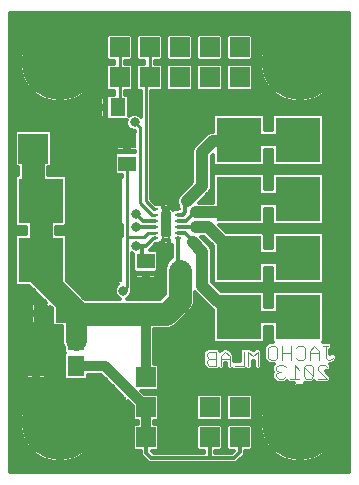
<source format=gbr>
G75*
G70*
%OFA0B0*%
%FSLAX24Y24*%
%IPPOS*%
%LPD*%
%AMOC8*
5,1,8,0,0,1.08239X$1,22.5*
%
%ADD10C,0.0040*%
%ADD11R,0.0197X0.0110*%
%ADD12R,0.0354X0.0787*%
%ADD13R,0.0098X0.0276*%
%ADD14C,0.0357*%
%ADD15R,0.1500X0.1500*%
%ADD16R,0.0591X0.0512*%
%ADD17R,0.0512X0.0591*%
%ADD18R,0.0650X0.0650*%
%ADD19R,0.1004X0.0984*%
%ADD20R,0.0551X0.0709*%
%ADD21C,0.2540*%
%ADD22C,0.0320*%
%ADD23C,0.0120*%
%ADD24C,0.0100*%
%ADD25C,0.0317*%
%ADD26C,0.0760*%
%ADD27C,0.0700*%
%ADD28C,0.0240*%
%ADD29C,0.0400*%
%ADD30C,0.0160*%
D10*
X007327Y004132D02*
X007404Y004055D01*
X007634Y004055D01*
X007634Y004515D01*
X007404Y004515D01*
X007327Y004439D01*
X007327Y004362D01*
X007404Y004285D01*
X007634Y004285D01*
X007787Y004285D02*
X008094Y004285D01*
X008094Y004362D02*
X007941Y004515D01*
X007787Y004362D01*
X007787Y004055D01*
X008094Y004055D02*
X008094Y004362D01*
X008248Y004055D02*
X008555Y004055D01*
X008555Y004515D01*
X008708Y004515D02*
X008708Y004055D01*
X009015Y004055D02*
X009015Y004515D01*
X008862Y004362D01*
X008708Y004515D01*
X009367Y004626D02*
X009367Y004319D01*
X009443Y004243D01*
X009597Y004243D01*
X009673Y004319D01*
X009673Y004626D01*
X009597Y004703D01*
X009443Y004703D01*
X009367Y004626D01*
X009827Y004703D02*
X009827Y004243D01*
X009870Y004078D02*
X009716Y004078D01*
X009639Y004001D01*
X009639Y003924D01*
X009716Y003848D01*
X009639Y003771D01*
X009639Y003694D01*
X009716Y003618D01*
X009870Y003618D01*
X009946Y003694D01*
X010100Y003618D02*
X010407Y003618D01*
X010253Y003618D02*
X010253Y004078D01*
X010407Y003924D01*
X010560Y004001D02*
X010560Y003694D01*
X010637Y003618D01*
X010790Y003618D01*
X010867Y003694D01*
X010560Y004001D01*
X010637Y004078D01*
X010790Y004078D01*
X010867Y004001D01*
X010867Y003694D01*
X011021Y003618D02*
X011328Y003618D01*
X011021Y003924D01*
X011021Y004001D01*
X011097Y004078D01*
X011251Y004078D01*
X011328Y004001D01*
X011362Y004243D02*
X011285Y004319D01*
X011285Y004703D01*
X011362Y004703D02*
X011208Y004703D01*
X011055Y004549D02*
X010901Y004703D01*
X010748Y004549D01*
X010748Y004243D01*
X010594Y004319D02*
X010594Y004626D01*
X010517Y004703D01*
X010364Y004703D01*
X010287Y004626D01*
X010134Y004703D02*
X010134Y004243D01*
X010287Y004319D02*
X010364Y004243D01*
X010517Y004243D01*
X010594Y004319D01*
X010748Y004473D02*
X011055Y004473D01*
X011055Y004549D02*
X011055Y004243D01*
X011362Y004243D02*
X011438Y004243D01*
X011515Y004319D01*
X010134Y004473D02*
X009827Y004473D01*
X009870Y004078D02*
X009946Y004001D01*
X009793Y003848D02*
X009716Y003848D01*
X007404Y004285D02*
X007327Y004208D01*
X007327Y004132D01*
D11*
X006347Y008293D03*
X006347Y008490D03*
X006347Y008687D03*
X006347Y008883D03*
X006347Y009080D03*
X006347Y009277D03*
X005598Y009277D03*
X005598Y009080D03*
X005598Y008883D03*
X005598Y008687D03*
X005598Y008490D03*
X005598Y008293D03*
D12*
X005973Y008785D03*
D13*
X006071Y009316D03*
X005874Y009316D03*
X005874Y008254D03*
X006071Y008254D03*
D14*
X005973Y008509D03*
X005973Y008785D03*
X005973Y009061D03*
D15*
X003754Y009546D03*
X003754Y007577D03*
X001785Y007577D03*
X001785Y009546D03*
X008386Y009609D03*
X008386Y011577D03*
X010355Y011577D03*
X010355Y009609D03*
X010355Y007640D03*
X010355Y005672D03*
X008386Y005672D03*
X008386Y007640D03*
D16*
X005285Y007534D03*
X005285Y006786D03*
X004660Y010786D03*
X004660Y011534D03*
D17*
X004347Y012660D03*
X003598Y012660D03*
X002534Y005785D03*
X001786Y005785D03*
D18*
X004292Y002660D03*
X004292Y001660D03*
X005292Y001660D03*
X005292Y002660D03*
X005292Y003660D03*
X006292Y002660D03*
X006292Y001660D03*
X007410Y001660D03*
X007410Y002660D03*
X008410Y002660D03*
X008410Y001660D03*
X008410Y013660D03*
X008410Y014660D03*
X007410Y014660D03*
X007410Y013660D03*
X006410Y013660D03*
X006410Y014660D03*
X005410Y014660D03*
X005410Y013660D03*
X004410Y013660D03*
X004410Y014660D03*
D19*
X003529Y011285D03*
X001541Y011285D03*
D20*
X001616Y004910D03*
X001616Y004035D03*
X002954Y004035D03*
X002954Y004910D03*
D21*
X002410Y002160D03*
X010410Y002160D03*
X010410Y014160D03*
X002410Y014160D03*
D22*
X005285Y005785D02*
X005292Y005778D01*
X005292Y003660D01*
X005292Y002660D02*
X005285Y002660D01*
X003910Y004035D01*
X002954Y004035D01*
X005292Y002660D02*
X005292Y001660D01*
D23*
X000770Y000520D02*
X000770Y015800D01*
X012050Y015800D01*
X012050Y000520D01*
X000770Y000520D01*
X000770Y000634D02*
X012050Y000634D01*
X012050Y000753D02*
X000770Y000753D01*
X000770Y000871D02*
X002078Y000871D01*
X002086Y000868D02*
X002215Y000843D01*
X002345Y000830D01*
X002350Y000830D01*
X002350Y002100D01*
X002470Y002100D01*
X002470Y002220D01*
X003740Y002220D01*
X003740Y002225D01*
X003727Y002355D01*
X003702Y002484D01*
X003664Y002609D01*
X003614Y002729D01*
X003552Y002845D01*
X003480Y002953D01*
X003397Y003054D01*
X003304Y003147D01*
X003203Y003230D01*
X003095Y003302D01*
X002979Y003364D01*
X002859Y003414D01*
X002734Y003452D01*
X002605Y003477D01*
X002475Y003490D01*
X002470Y003490D01*
X002470Y002220D01*
X002350Y002220D01*
X002350Y003490D01*
X002345Y003490D01*
X002215Y003477D01*
X002086Y003452D01*
X001961Y003414D01*
X001841Y003364D01*
X001725Y003302D01*
X001617Y003230D01*
X001516Y003147D01*
X001423Y003054D01*
X001340Y002953D01*
X001268Y002845D01*
X001206Y002729D01*
X001156Y002609D01*
X001118Y002484D01*
X001093Y002355D01*
X001080Y002225D01*
X001080Y002220D01*
X002350Y002220D01*
X002350Y002100D01*
X001080Y002100D01*
X001080Y002095D01*
X001093Y001965D01*
X001118Y001836D01*
X001156Y001711D01*
X001206Y001591D01*
X001268Y001475D01*
X001340Y001367D01*
X001423Y001266D01*
X001516Y001173D01*
X001617Y001090D01*
X001725Y001018D01*
X001841Y000956D01*
X001961Y000906D01*
X002086Y000868D01*
X002350Y000871D02*
X002470Y000871D01*
X002470Y000830D02*
X002475Y000830D01*
X002605Y000843D01*
X002734Y000868D01*
X002859Y000906D01*
X002979Y000956D01*
X003095Y001018D01*
X003203Y001090D01*
X003304Y001173D01*
X003397Y001266D01*
X003480Y001367D01*
X003552Y001475D01*
X003614Y001591D01*
X003664Y001711D01*
X003702Y001836D01*
X003727Y001965D01*
X003740Y002095D01*
X003740Y002100D01*
X002470Y002100D01*
X002470Y000830D01*
X002470Y000990D02*
X002350Y000990D01*
X002350Y001108D02*
X002470Y001108D01*
X002470Y001227D02*
X002350Y001227D01*
X002350Y001345D02*
X002470Y001345D01*
X002470Y001464D02*
X002350Y001464D01*
X002350Y001582D02*
X002470Y001582D01*
X002470Y001701D02*
X002350Y001701D01*
X002350Y001819D02*
X002470Y001819D01*
X002470Y001938D02*
X002350Y001938D01*
X002350Y002056D02*
X002470Y002056D01*
X002470Y002175D02*
X005012Y002175D01*
X005012Y002215D02*
X005012Y002105D01*
X004917Y002105D01*
X004847Y002035D01*
X004847Y001285D01*
X004917Y001215D01*
X005112Y001215D01*
X005112Y001079D01*
X005293Y000898D01*
X005398Y000793D01*
X008297Y000793D01*
X008485Y000980D01*
X008590Y001085D01*
X008590Y001215D01*
X008785Y001215D01*
X008855Y001285D01*
X008855Y002035D01*
X008785Y002105D01*
X008035Y002105D01*
X007965Y002035D01*
X007965Y001285D01*
X008035Y001215D01*
X008210Y001215D01*
X008148Y001152D01*
X007590Y001152D01*
X007590Y001215D01*
X007785Y001215D01*
X007855Y001285D01*
X007855Y002035D01*
X007785Y002105D01*
X007035Y002105D01*
X006965Y002035D01*
X006965Y001285D01*
X007035Y001215D01*
X007230Y001215D01*
X007230Y001152D01*
X005547Y001152D01*
X005485Y001215D01*
X005667Y001215D01*
X005737Y001285D01*
X005737Y002035D01*
X005667Y002105D01*
X005572Y002105D01*
X005572Y002215D01*
X005667Y002215D01*
X005737Y002285D01*
X005737Y003035D01*
X005667Y003105D01*
X005236Y003105D01*
X005126Y003215D01*
X005667Y003215D01*
X005737Y003285D01*
X005737Y004035D01*
X005667Y004105D01*
X005572Y004105D01*
X005572Y005285D01*
X006072Y005285D01*
X006256Y005361D01*
X006693Y005799D01*
X006834Y005939D01*
X006910Y006123D01*
X006910Y006520D01*
X006979Y006451D01*
X007516Y005914D01*
X007516Y004872D01*
X007587Y004802D01*
X009186Y004802D01*
X009256Y004872D01*
X009256Y005352D01*
X009485Y005352D01*
X009485Y004872D01*
X009514Y004843D01*
X009385Y004843D01*
X009227Y004684D01*
X009227Y004261D01*
X009279Y004209D01*
X009309Y004179D01*
X009333Y004155D01*
X009385Y004103D01*
X009543Y004103D01*
X009499Y004059D01*
X009499Y003866D01*
X009518Y003848D01*
X009499Y003829D01*
X009499Y003636D01*
X009553Y003583D01*
X009581Y003554D01*
X009604Y003531D01*
X009658Y003478D01*
X005737Y003478D01*
X005737Y003360D02*
X009833Y003360D01*
X009841Y003364D02*
X009725Y003302D01*
X009617Y003230D01*
X009516Y003147D01*
X009423Y003054D01*
X009340Y002953D01*
X009268Y002845D01*
X009206Y002729D01*
X009156Y002609D01*
X009118Y002484D01*
X009093Y002355D01*
X009080Y002225D01*
X009080Y002220D01*
X010350Y002220D01*
X010350Y002100D01*
X010470Y002100D01*
X010470Y002220D01*
X011740Y002220D01*
X011740Y002225D01*
X011727Y002355D01*
X011702Y002484D01*
X011664Y002609D01*
X011614Y002729D01*
X011552Y002845D01*
X011480Y002953D01*
X011397Y003054D01*
X011304Y003147D01*
X011203Y003230D01*
X011095Y003302D01*
X010979Y003364D01*
X010859Y003414D01*
X010734Y003452D01*
X010605Y003477D01*
X010602Y003478D01*
X010848Y003478D01*
X010905Y003535D01*
X010963Y003478D01*
X011385Y003478D01*
X011467Y003560D01*
X011467Y003675D01*
X011282Y003861D01*
X011385Y003861D01*
X011467Y003943D01*
X011467Y004059D01*
X011424Y004103D01*
X011496Y004103D01*
X011578Y004185D01*
X011655Y004261D01*
X011655Y004377D01*
X011573Y004459D01*
X011457Y004459D01*
X011425Y004427D01*
X011425Y004568D01*
X011502Y004645D01*
X011502Y004761D01*
X011420Y004843D01*
X011196Y004843D01*
X011225Y004872D01*
X011225Y006472D01*
X011155Y006542D01*
X009555Y006542D01*
X009485Y006472D01*
X009485Y005992D01*
X009256Y005992D01*
X009256Y006472D01*
X009186Y006542D01*
X007793Y006542D01*
X007480Y006855D01*
X007480Y007911D01*
X007431Y008029D01*
X007120Y008340D01*
X007234Y008340D01*
X007516Y008058D01*
X007516Y006841D01*
X007587Y006770D01*
X009186Y006770D01*
X009256Y006841D01*
X009256Y007320D01*
X009485Y007320D01*
X009485Y006841D01*
X009555Y006770D01*
X011155Y006770D01*
X011225Y006841D01*
X011225Y008440D01*
X011155Y008510D01*
X009555Y008510D01*
X009485Y008440D01*
X009485Y007960D01*
X009256Y007960D01*
X009256Y008440D01*
X009186Y008510D01*
X007969Y008510D01*
X007740Y008739D01*
X009186Y008739D01*
X009256Y008809D01*
X009256Y009289D01*
X009485Y009289D01*
X009485Y008809D01*
X009555Y008739D01*
X011155Y008739D01*
X011225Y008809D01*
X011225Y010409D01*
X011155Y010479D01*
X009555Y010479D01*
X009485Y010409D01*
X009485Y009929D01*
X009256Y009929D01*
X009256Y010409D01*
X009186Y010479D01*
X007587Y010479D01*
X007516Y010409D01*
X007516Y009480D01*
X007058Y009480D01*
X007431Y009854D01*
X007480Y009971D01*
X007480Y011027D01*
X007516Y011064D01*
X007516Y010778D01*
X007587Y010707D01*
X009186Y010707D01*
X009256Y010778D01*
X009256Y011257D01*
X009485Y011257D01*
X009485Y010778D01*
X009555Y010707D01*
X011155Y010707D01*
X011225Y010778D01*
X011225Y012377D01*
X011155Y012447D01*
X009555Y012447D01*
X009485Y012377D01*
X009485Y011897D01*
X009256Y011897D01*
X009256Y012377D01*
X009186Y012447D01*
X007587Y012447D01*
X007516Y012377D01*
X007516Y011855D01*
X007471Y011855D01*
X007354Y011806D01*
X007264Y011716D01*
X006889Y011341D01*
X006840Y011224D01*
X006840Y010168D01*
X006389Y009716D01*
X006340Y009599D01*
X006340Y009471D01*
X006373Y009392D01*
X006347Y009392D01*
X006347Y009277D01*
X006347Y009277D01*
X006347Y009392D01*
X006236Y009392D01*
X006214Y009383D01*
X006197Y009366D01*
X006188Y009344D01*
X006188Y009277D01*
X006188Y009245D01*
X006180Y009237D01*
X006180Y009316D01*
X006071Y009316D01*
X006071Y009317D01*
X006071Y009317D01*
X006071Y009514D01*
X006132Y009514D01*
X006154Y009505D01*
X006171Y009488D01*
X006180Y009466D01*
X006180Y009317D01*
X006071Y009317D01*
X006071Y009514D01*
X006010Y009514D01*
X005988Y009505D01*
X005973Y009490D01*
X005957Y009505D01*
X005935Y009514D01*
X005874Y009514D01*
X005813Y009514D01*
X005791Y009505D01*
X005774Y009488D01*
X005765Y009466D01*
X005765Y009434D01*
X005747Y009452D01*
X005608Y009452D01*
X005455Y009605D01*
X005455Y013215D01*
X005785Y013215D01*
X005855Y013285D01*
X005855Y014035D01*
X005785Y014105D01*
X005580Y014105D01*
X005580Y014215D01*
X005785Y014215D01*
X005855Y014285D01*
X005855Y015035D01*
X005785Y015105D01*
X005035Y015105D01*
X004965Y015035D01*
X004965Y014285D01*
X005035Y014215D01*
X005240Y014215D01*
X005240Y014105D01*
X005035Y014105D01*
X004965Y014035D01*
X004965Y013285D01*
X005035Y013215D01*
X005115Y013215D01*
X005115Y012349D01*
X005068Y012396D01*
X004965Y012439D01*
X004855Y012439D01*
X004752Y012396D01*
X004722Y012367D01*
X004722Y013005D01*
X004652Y013075D01*
X004580Y013075D01*
X004580Y013215D01*
X004785Y013215D01*
X004855Y013285D01*
X004855Y014035D01*
X004785Y014105D01*
X004580Y014105D01*
X004580Y014215D01*
X004785Y014215D01*
X004855Y014285D01*
X004855Y015035D01*
X004785Y015105D01*
X004035Y015105D01*
X003965Y015035D01*
X003965Y014285D01*
X004035Y014215D01*
X004240Y014215D01*
X004240Y014105D01*
X004035Y014105D01*
X003965Y014035D01*
X003965Y013285D01*
X004035Y013215D01*
X004240Y013215D01*
X004240Y013075D01*
X004041Y013075D01*
X003971Y013005D01*
X003971Y012315D01*
X004041Y012245D01*
X004643Y012245D01*
X004631Y012215D01*
X004631Y012105D01*
X004674Y012002D01*
X004752Y011924D01*
X004855Y011881D01*
X004928Y011881D01*
X004928Y011850D01*
X004720Y011850D01*
X004720Y011594D01*
X004600Y011594D01*
X004600Y011474D01*
X004720Y011474D01*
X004720Y011218D01*
X004928Y011218D01*
X004928Y011162D01*
X004315Y011162D01*
X004245Y011092D01*
X004245Y010480D01*
X004315Y010410D01*
X004490Y010410D01*
X004490Y010356D01*
X003814Y010356D01*
X003814Y009606D01*
X003694Y009606D01*
X003694Y010356D01*
X002992Y010356D01*
X002970Y010347D01*
X002953Y010330D01*
X002944Y010308D01*
X002944Y009606D01*
X003693Y009606D01*
X003693Y009486D01*
X002944Y009486D01*
X002944Y008784D01*
X002953Y008762D01*
X002970Y008745D01*
X002992Y008736D01*
X003694Y008736D01*
X003694Y009486D01*
X003814Y009486D01*
X003814Y008736D01*
X004490Y008736D01*
X004490Y008387D01*
X003814Y008387D01*
X003814Y007637D01*
X003694Y007637D01*
X003694Y008387D01*
X002992Y008387D01*
X002970Y008378D01*
X002953Y008361D01*
X002944Y008339D01*
X002944Y007637D01*
X003693Y007637D01*
X003693Y007517D01*
X002944Y007517D01*
X002944Y006815D01*
X002953Y006793D01*
X002970Y006776D01*
X002992Y006767D01*
X003694Y006767D01*
X003694Y007517D01*
X003814Y007517D01*
X003814Y006767D01*
X004373Y006767D01*
X004299Y006693D01*
X004256Y006590D01*
X004256Y006480D01*
X004299Y006377D01*
X004377Y006299D01*
X004410Y006285D01*
X003242Y006285D01*
X002655Y006872D01*
X002655Y008377D01*
X002585Y008447D01*
X002285Y008447D01*
X002285Y008676D01*
X002585Y008676D01*
X002655Y008746D01*
X002655Y010346D01*
X002585Y010416D01*
X002041Y010416D01*
X002041Y010673D01*
X002093Y010673D01*
X002163Y010743D01*
X002163Y011827D01*
X002093Y011897D01*
X000989Y011897D01*
X000919Y011827D01*
X000919Y010743D01*
X000989Y010673D01*
X001041Y010673D01*
X001041Y010416D01*
X000985Y010416D01*
X000915Y010346D01*
X000915Y008746D01*
X000985Y008676D01*
X001285Y008676D01*
X001285Y008447D01*
X000985Y008447D01*
X000915Y008377D01*
X000915Y006778D01*
X000985Y006707D01*
X001406Y006707D01*
X001439Y006674D01*
X001973Y006140D01*
X001846Y006140D01*
X001846Y005845D01*
X002102Y005845D01*
X002102Y006011D01*
X002158Y005955D01*
X002158Y005440D01*
X002228Y005370D01*
X002484Y005370D01*
X002484Y004817D01*
X002556Y004644D01*
X002559Y004641D01*
X002559Y004506D01*
X002592Y004473D01*
X002559Y004439D01*
X002559Y003631D01*
X002629Y003561D01*
X003280Y003561D01*
X003350Y003631D01*
X003350Y003755D01*
X003794Y003755D01*
X004504Y003045D01*
X004319Y003045D01*
X004319Y002688D01*
X004264Y002688D01*
X004264Y003045D01*
X003955Y003045D01*
X003933Y003036D01*
X003916Y003019D01*
X003907Y002997D01*
X003907Y002688D01*
X004264Y002688D01*
X004264Y002632D01*
X004319Y002632D01*
X004319Y002275D01*
X004629Y002275D01*
X004651Y002284D01*
X004668Y002301D01*
X004677Y002323D01*
X004677Y002632D01*
X004319Y002632D01*
X004319Y002688D01*
X004677Y002688D01*
X004677Y002872D01*
X004847Y002702D01*
X004847Y002285D01*
X004917Y002215D01*
X005012Y002215D01*
X004847Y002293D02*
X004660Y002293D01*
X004677Y002412D02*
X004847Y002412D01*
X004847Y002530D02*
X004677Y002530D01*
X004847Y002649D02*
X004319Y002649D01*
X004264Y002649D02*
X003647Y002649D01*
X003688Y002530D02*
X003907Y002530D01*
X003907Y002632D02*
X003907Y002323D01*
X003916Y002301D01*
X003933Y002284D01*
X003955Y002275D01*
X004264Y002275D01*
X004264Y002632D01*
X003907Y002632D01*
X003907Y002767D02*
X003594Y002767D01*
X003525Y002886D02*
X003907Y002886D01*
X003910Y003004D02*
X003438Y003004D01*
X003328Y003123D02*
X004427Y003123D01*
X004319Y003004D02*
X004264Y003004D01*
X004264Y002886D02*
X004319Y002886D01*
X004319Y002767D02*
X004264Y002767D01*
X004264Y002530D02*
X004319Y002530D01*
X004319Y002412D02*
X004264Y002412D01*
X004264Y002293D02*
X004319Y002293D01*
X004319Y002045D02*
X004629Y002045D01*
X004651Y002036D01*
X004668Y002019D01*
X004677Y001997D01*
X004677Y001688D01*
X004319Y001688D01*
X004264Y001688D01*
X004264Y002045D01*
X003955Y002045D01*
X003933Y002036D01*
X003916Y002019D01*
X003907Y001997D01*
X003907Y001688D01*
X004264Y001688D01*
X004264Y001632D01*
X004319Y001632D01*
X004319Y001275D01*
X004629Y001275D01*
X004651Y001284D01*
X004668Y001301D01*
X004677Y001323D01*
X004677Y001632D01*
X004319Y001632D01*
X004319Y001688D01*
X004319Y002045D01*
X004319Y001938D02*
X004264Y001938D01*
X004264Y001819D02*
X004319Y001819D01*
X004319Y001701D02*
X004264Y001701D01*
X004264Y001632D02*
X003907Y001632D01*
X003907Y001323D01*
X003916Y001301D01*
X003933Y001284D01*
X003955Y001275D01*
X004264Y001275D01*
X004264Y001632D01*
X004264Y001582D02*
X004319Y001582D01*
X004319Y001464D02*
X004264Y001464D01*
X004264Y001345D02*
X004319Y001345D01*
X003907Y001345D02*
X003462Y001345D01*
X003544Y001464D02*
X003907Y001464D01*
X003907Y001582D02*
X003609Y001582D01*
X003659Y001701D02*
X003907Y001701D01*
X003907Y001819D02*
X003696Y001819D01*
X003722Y001938D02*
X003907Y001938D01*
X003736Y002056D02*
X004868Y002056D01*
X004847Y001938D02*
X004677Y001938D01*
X004677Y001819D02*
X004847Y001819D01*
X004847Y001701D02*
X004677Y001701D01*
X004677Y001582D02*
X004847Y001582D01*
X004847Y001464D02*
X004677Y001464D01*
X004677Y001345D02*
X004847Y001345D01*
X004906Y001227D02*
X003357Y001227D01*
X003225Y001108D02*
X005112Y001108D01*
X005201Y000990D02*
X003042Y000990D01*
X002742Y000871D02*
X005319Y000871D01*
X005473Y000973D02*
X005292Y001153D01*
X005292Y001660D01*
X005737Y001701D02*
X005907Y001701D01*
X005907Y001688D02*
X006264Y001688D01*
X006264Y002045D01*
X005955Y002045D01*
X005933Y002036D01*
X005916Y002019D01*
X005907Y001997D01*
X005907Y001688D01*
X005907Y001632D02*
X005907Y001323D01*
X005916Y001301D01*
X005933Y001284D01*
X005955Y001275D01*
X006264Y001275D01*
X006264Y001632D01*
X006319Y001632D01*
X006319Y001275D01*
X006629Y001275D01*
X006651Y001284D01*
X006668Y001301D01*
X006677Y001323D01*
X006677Y001632D01*
X006319Y001632D01*
X006319Y001688D01*
X006264Y001688D01*
X006264Y001632D01*
X005907Y001632D01*
X005907Y001582D02*
X005737Y001582D01*
X005737Y001464D02*
X005907Y001464D01*
X005907Y001345D02*
X005737Y001345D01*
X005678Y001227D02*
X007024Y001227D01*
X006965Y001345D02*
X006677Y001345D01*
X006677Y001464D02*
X006965Y001464D01*
X006965Y001582D02*
X006677Y001582D01*
X006677Y001688D02*
X006677Y001997D01*
X006668Y002019D01*
X006651Y002036D01*
X006629Y002045D01*
X006319Y002045D01*
X006319Y001688D01*
X006677Y001688D01*
X006677Y001701D02*
X006965Y001701D01*
X006965Y001819D02*
X006677Y001819D01*
X006677Y001938D02*
X006965Y001938D01*
X006986Y002056D02*
X005716Y002056D01*
X005737Y001938D02*
X005907Y001938D01*
X005907Y001819D02*
X005737Y001819D01*
X005572Y002175D02*
X010350Y002175D01*
X010350Y002100D02*
X009080Y002100D01*
X009080Y002095D01*
X009093Y001965D01*
X009118Y001836D01*
X009156Y001711D01*
X009206Y001591D01*
X009268Y001475D01*
X009340Y001367D01*
X009423Y001266D01*
X009516Y001173D01*
X009617Y001090D01*
X009725Y001018D01*
X009841Y000956D01*
X009961Y000906D01*
X010086Y000868D01*
X010215Y000843D01*
X010345Y000830D01*
X010350Y000830D01*
X010350Y002100D01*
X010350Y002056D02*
X010470Y002056D01*
X010470Y002100D02*
X010470Y000830D01*
X010475Y000830D01*
X010605Y000843D01*
X010734Y000868D01*
X010859Y000906D01*
X010979Y000956D01*
X011095Y001018D01*
X011203Y001090D01*
X011304Y001173D01*
X011397Y001266D01*
X011480Y001367D01*
X011552Y001475D01*
X011614Y001591D01*
X011664Y001711D01*
X011702Y001836D01*
X011727Y001965D01*
X011740Y002095D01*
X011740Y002100D01*
X010470Y002100D01*
X010470Y002175D02*
X012050Y002175D01*
X012050Y002293D02*
X011733Y002293D01*
X011716Y002412D02*
X012050Y002412D01*
X012050Y002530D02*
X011688Y002530D01*
X011647Y002649D02*
X012050Y002649D01*
X012050Y002767D02*
X011594Y002767D01*
X011525Y002886D02*
X012050Y002886D01*
X012050Y003004D02*
X011438Y003004D01*
X011328Y003123D02*
X012050Y003123D01*
X012050Y003241D02*
X011186Y003241D01*
X011386Y003478D02*
X012050Y003478D01*
X012050Y003360D02*
X010987Y003360D01*
X010962Y003478D02*
X010849Y003478D01*
X011309Y003834D02*
X012050Y003834D01*
X012050Y003952D02*
X011467Y003952D01*
X011456Y004071D02*
X012050Y004071D01*
X012050Y004189D02*
X011583Y004189D01*
X011655Y004308D02*
X012050Y004308D01*
X012050Y004426D02*
X011606Y004426D01*
X011425Y004545D02*
X012050Y004545D01*
X012050Y004663D02*
X011502Y004663D01*
X011481Y004782D02*
X012050Y004782D01*
X012050Y004900D02*
X011225Y004900D01*
X011225Y005019D02*
X012050Y005019D01*
X012050Y005137D02*
X011225Y005137D01*
X011225Y005256D02*
X012050Y005256D01*
X012050Y005374D02*
X011225Y005374D01*
X011225Y005493D02*
X012050Y005493D01*
X012050Y005611D02*
X011225Y005611D01*
X011225Y005730D02*
X012050Y005730D01*
X012050Y005848D02*
X011225Y005848D01*
X011225Y005967D02*
X012050Y005967D01*
X012050Y006085D02*
X011225Y006085D01*
X011225Y006204D02*
X012050Y006204D01*
X012050Y006322D02*
X011225Y006322D01*
X011225Y006441D02*
X012050Y006441D01*
X012050Y006559D02*
X007776Y006559D01*
X007658Y006678D02*
X012050Y006678D01*
X012050Y006796D02*
X011180Y006796D01*
X011225Y006915D02*
X012050Y006915D01*
X012050Y007033D02*
X011225Y007033D01*
X011225Y007152D02*
X012050Y007152D01*
X012050Y007270D02*
X011225Y007270D01*
X011225Y007389D02*
X012050Y007389D01*
X012050Y007507D02*
X011225Y007507D01*
X011225Y007626D02*
X012050Y007626D01*
X012050Y007744D02*
X011225Y007744D01*
X011225Y007863D02*
X012050Y007863D01*
X012050Y007981D02*
X011225Y007981D01*
X011225Y008100D02*
X012050Y008100D01*
X012050Y008218D02*
X011225Y008218D01*
X011225Y008337D02*
X012050Y008337D01*
X012050Y008455D02*
X011210Y008455D01*
X011225Y008811D02*
X012050Y008811D01*
X012050Y008929D02*
X011225Y008929D01*
X011225Y009048D02*
X012050Y009048D01*
X012050Y009166D02*
X011225Y009166D01*
X011225Y009285D02*
X012050Y009285D01*
X012050Y009403D02*
X011225Y009403D01*
X011225Y009522D02*
X012050Y009522D01*
X012050Y009640D02*
X011225Y009640D01*
X011225Y009759D02*
X012050Y009759D01*
X012050Y009877D02*
X011225Y009877D01*
X011225Y009996D02*
X012050Y009996D01*
X012050Y010114D02*
X011225Y010114D01*
X011225Y010233D02*
X012050Y010233D01*
X012050Y010351D02*
X011225Y010351D01*
X011164Y010470D02*
X012050Y010470D01*
X012050Y010588D02*
X007480Y010588D01*
X007480Y010470D02*
X007577Y010470D01*
X007516Y010351D02*
X007480Y010351D01*
X007480Y010233D02*
X007516Y010233D01*
X007516Y010114D02*
X007480Y010114D01*
X007480Y009996D02*
X007516Y009996D01*
X007516Y009877D02*
X007441Y009877D01*
X007516Y009759D02*
X007336Y009759D01*
X007218Y009640D02*
X007516Y009640D01*
X007516Y009522D02*
X007099Y009522D01*
X006973Y009160D02*
X006910Y009160D01*
X006633Y008883D01*
X006347Y008883D01*
X006347Y008687D02*
X006946Y008687D01*
X006973Y008660D01*
X007124Y008337D02*
X007238Y008337D01*
X007242Y008218D02*
X007356Y008218D01*
X007361Y008100D02*
X007475Y008100D01*
X007451Y007981D02*
X007516Y007981D01*
X007516Y007863D02*
X007480Y007863D01*
X007480Y007744D02*
X007516Y007744D01*
X007516Y007626D02*
X007480Y007626D01*
X007480Y007507D02*
X007516Y007507D01*
X007516Y007389D02*
X007480Y007389D01*
X007480Y007270D02*
X007516Y007270D01*
X007516Y007152D02*
X007480Y007152D01*
X007480Y007033D02*
X007516Y007033D01*
X007516Y006915D02*
X007480Y006915D01*
X007539Y006796D02*
X007561Y006796D01*
X007108Y006322D02*
X006910Y006322D01*
X006910Y006204D02*
X007226Y006204D01*
X007345Y006085D02*
X006894Y006085D01*
X006845Y005967D02*
X007463Y005967D01*
X007516Y005848D02*
X006743Y005848D01*
X006624Y005730D02*
X007516Y005730D01*
X007516Y005611D02*
X006506Y005611D01*
X006387Y005493D02*
X007516Y005493D01*
X007516Y005374D02*
X006269Y005374D01*
X005572Y005256D02*
X007516Y005256D01*
X007516Y005137D02*
X005572Y005137D01*
X005572Y005019D02*
X007516Y005019D01*
X007516Y004900D02*
X005572Y004900D01*
X005572Y004782D02*
X009324Y004782D01*
X009256Y004900D02*
X009485Y004900D01*
X009485Y005019D02*
X009256Y005019D01*
X009256Y005137D02*
X009485Y005137D01*
X009485Y005256D02*
X009256Y005256D01*
X009227Y004663D02*
X005572Y004663D01*
X005572Y004545D02*
X007235Y004545D01*
X007269Y004579D02*
X007187Y004497D01*
X007187Y004304D01*
X007206Y004285D01*
X007187Y004266D01*
X007187Y004074D01*
X007241Y004020D01*
X007269Y003992D01*
X007292Y003969D01*
X007346Y003915D01*
X007692Y003915D01*
X007711Y003934D01*
X007729Y003915D01*
X007845Y003915D01*
X007927Y003997D01*
X007927Y004145D01*
X007954Y004145D01*
X007954Y003997D01*
X008036Y003915D01*
X008152Y003915D01*
X008171Y003934D01*
X008190Y003915D01*
X008613Y003915D01*
X008631Y003934D01*
X008650Y003915D01*
X008766Y003915D01*
X008848Y003997D01*
X008848Y004222D01*
X008875Y004222D01*
X008875Y003997D01*
X008957Y003915D01*
X009073Y003915D01*
X009155Y003997D01*
X009155Y004573D01*
X009154Y004575D01*
X009073Y004655D01*
X008957Y004655D01*
X008955Y004654D01*
X008875Y004573D01*
X008862Y004560D01*
X008848Y004573D01*
X008766Y004655D01*
X008650Y004655D01*
X008631Y004637D01*
X008613Y004655D01*
X008497Y004655D01*
X008415Y004573D01*
X008415Y004195D01*
X008234Y004195D01*
X008234Y004420D01*
X008152Y004502D01*
X008081Y004573D01*
X008081Y004573D01*
X007999Y004655D01*
X007883Y004655D01*
X007774Y004546D01*
X007774Y004573D01*
X007692Y004655D01*
X007346Y004655D01*
X007269Y004579D01*
X007187Y004426D02*
X005572Y004426D01*
X005572Y004308D02*
X007187Y004308D01*
X007187Y004189D02*
X005572Y004189D01*
X005701Y004071D02*
X007190Y004071D01*
X007269Y003992D02*
X007269Y003992D01*
X007309Y003952D02*
X005737Y003952D01*
X005737Y003834D02*
X009504Y003834D01*
X009499Y003952D02*
X009110Y003952D01*
X009155Y004071D02*
X009511Y004071D01*
X009309Y004179D02*
X009309Y004179D01*
X009299Y004189D02*
X009155Y004189D01*
X009155Y004308D02*
X009227Y004308D01*
X009227Y004426D02*
X009155Y004426D01*
X009155Y004545D02*
X009227Y004545D01*
X008875Y004573D02*
X008875Y004573D01*
X008848Y004189D02*
X008875Y004189D01*
X008875Y004071D02*
X008848Y004071D01*
X008803Y003952D02*
X008920Y003952D01*
X008415Y004308D02*
X008234Y004308D01*
X008228Y004426D02*
X008415Y004426D01*
X008415Y004545D02*
X008110Y004545D01*
X008152Y004502D02*
X008152Y004502D01*
X007954Y004071D02*
X007927Y004071D01*
X007882Y003952D02*
X007999Y003952D01*
X008035Y003105D02*
X007965Y003035D01*
X007965Y002285D01*
X008035Y002215D01*
X008785Y002215D01*
X008855Y002285D01*
X008855Y003035D01*
X008785Y003105D01*
X008035Y003105D01*
X007965Y003004D02*
X007855Y003004D01*
X007855Y003035D02*
X007785Y003105D01*
X007035Y003105D01*
X006965Y003035D01*
X006965Y002285D01*
X007035Y002215D01*
X007785Y002215D01*
X007855Y002285D01*
X007855Y003035D01*
X007855Y002886D02*
X007965Y002886D01*
X007965Y002767D02*
X007855Y002767D01*
X007855Y002649D02*
X007965Y002649D01*
X007965Y002530D02*
X007855Y002530D01*
X007855Y002412D02*
X007965Y002412D01*
X007965Y002293D02*
X007855Y002293D01*
X007834Y002056D02*
X007986Y002056D01*
X007965Y001938D02*
X007855Y001938D01*
X007855Y001819D02*
X007965Y001819D01*
X007965Y001701D02*
X007855Y001701D01*
X007855Y001582D02*
X007965Y001582D01*
X007965Y001464D02*
X007855Y001464D01*
X007855Y001345D02*
X007965Y001345D01*
X008024Y001227D02*
X007796Y001227D01*
X008035Y000973D02*
X007410Y000973D01*
X005473Y000973D01*
X006264Y001345D02*
X006319Y001345D01*
X006319Y001464D02*
X006264Y001464D01*
X006264Y001582D02*
X006319Y001582D01*
X006319Y001701D02*
X006264Y001701D01*
X006264Y001819D02*
X006319Y001819D01*
X006319Y001938D02*
X006264Y001938D01*
X006264Y002275D02*
X006264Y002632D01*
X006319Y002632D01*
X006319Y002275D01*
X006629Y002275D01*
X006651Y002284D01*
X006668Y002301D01*
X006677Y002323D01*
X006677Y002632D01*
X006319Y002632D01*
X006319Y002688D01*
X006264Y002688D01*
X006264Y003045D01*
X005955Y003045D01*
X005933Y003036D01*
X005916Y003019D01*
X005907Y002997D01*
X005907Y002688D01*
X006264Y002688D01*
X006264Y002632D01*
X005907Y002632D01*
X005907Y002323D01*
X005916Y002301D01*
X005933Y002284D01*
X005955Y002275D01*
X006264Y002275D01*
X006264Y002293D02*
X006319Y002293D01*
X006319Y002412D02*
X006264Y002412D01*
X006264Y002530D02*
X006319Y002530D01*
X006319Y002649D02*
X006965Y002649D01*
X006965Y002767D02*
X006677Y002767D01*
X006677Y002688D02*
X006677Y002997D01*
X006668Y003019D01*
X006651Y003036D01*
X006629Y003045D01*
X006319Y003045D01*
X006319Y002688D01*
X006677Y002688D01*
X006677Y002530D02*
X006965Y002530D01*
X006965Y002412D02*
X006677Y002412D01*
X006660Y002293D02*
X006965Y002293D01*
X006965Y002886D02*
X006677Y002886D01*
X006674Y003004D02*
X006965Y003004D01*
X006319Y003004D02*
X006264Y003004D01*
X006264Y002886D02*
X006319Y002886D01*
X006319Y002767D02*
X006264Y002767D01*
X006264Y002649D02*
X005737Y002649D01*
X005737Y002767D02*
X005907Y002767D01*
X005907Y002886D02*
X005737Y002886D01*
X005737Y003004D02*
X005910Y003004D01*
X005693Y003241D02*
X009634Y003241D01*
X009492Y003123D02*
X005218Y003123D01*
X004782Y002767D02*
X004677Y002767D01*
X004308Y003241D02*
X003186Y003241D01*
X003315Y003597D02*
X003953Y003597D01*
X003834Y003715D02*
X003350Y003715D01*
X002987Y003360D02*
X004190Y003360D01*
X004071Y003478D02*
X002597Y003478D01*
X002593Y003597D02*
X000770Y003597D01*
X000770Y003715D02*
X001280Y003715D01*
X001280Y003669D02*
X001289Y003647D01*
X001306Y003630D01*
X001328Y003621D01*
X001556Y003621D01*
X001556Y003975D01*
X001676Y003975D01*
X001676Y004095D01*
X001951Y004095D01*
X001951Y004401D01*
X001942Y004423D01*
X001925Y004440D01*
X001903Y004449D01*
X001676Y004449D01*
X001676Y004095D01*
X001556Y004095D01*
X001556Y004449D01*
X001328Y004449D01*
X001306Y004440D01*
X001289Y004423D01*
X001280Y004401D01*
X001280Y004095D01*
X001556Y004095D01*
X001556Y003975D01*
X001280Y003975D01*
X001280Y003669D01*
X001280Y003834D02*
X000770Y003834D01*
X000770Y003952D02*
X001280Y003952D01*
X001280Y004189D02*
X000770Y004189D01*
X000770Y004071D02*
X001556Y004071D01*
X001556Y004189D02*
X001676Y004189D01*
X001676Y004071D02*
X002559Y004071D01*
X002559Y004189D02*
X001951Y004189D01*
X001951Y004308D02*
X002559Y004308D01*
X002559Y004426D02*
X001939Y004426D01*
X001903Y004496D02*
X001676Y004496D01*
X001676Y004850D01*
X001676Y004970D01*
X001951Y004970D01*
X001951Y005276D01*
X001942Y005298D01*
X001925Y005315D01*
X001903Y005324D01*
X001676Y005324D01*
X001676Y004970D01*
X001556Y004970D01*
X001556Y005324D01*
X001328Y005324D01*
X001306Y005315D01*
X001289Y005298D01*
X001280Y005276D01*
X001280Y004970D01*
X001556Y004970D01*
X001556Y004850D01*
X001676Y004850D01*
X001951Y004850D01*
X001951Y004544D01*
X001942Y004522D01*
X001925Y004505D01*
X001903Y004496D01*
X001951Y004545D02*
X002559Y004545D01*
X002548Y004663D02*
X001951Y004663D01*
X001951Y004782D02*
X002499Y004782D01*
X002484Y004900D02*
X001676Y004900D01*
X001676Y004782D02*
X001556Y004782D01*
X001556Y004850D02*
X001556Y004496D01*
X001328Y004496D01*
X001306Y004505D01*
X001289Y004522D01*
X001280Y004544D01*
X001280Y004850D01*
X001556Y004850D01*
X001556Y004900D02*
X000770Y004900D01*
X000770Y004782D02*
X001280Y004782D01*
X001280Y004663D02*
X000770Y004663D01*
X000770Y004545D02*
X001280Y004545D01*
X001292Y004426D02*
X000770Y004426D01*
X000770Y004308D02*
X001280Y004308D01*
X001556Y004308D02*
X001676Y004308D01*
X001676Y004426D02*
X001556Y004426D01*
X001556Y004545D02*
X001676Y004545D01*
X001676Y004663D02*
X001556Y004663D01*
X001556Y005019D02*
X001676Y005019D01*
X001676Y005137D02*
X001556Y005137D01*
X001556Y005256D02*
X001676Y005256D01*
X001726Y005430D02*
X001518Y005430D01*
X001496Y005439D01*
X001479Y005456D01*
X001470Y005478D01*
X001470Y005725D01*
X001726Y005725D01*
X001846Y005725D01*
X001846Y005845D01*
X001726Y005845D01*
X001726Y006140D01*
X001518Y006140D01*
X001496Y006131D01*
X001479Y006114D01*
X001470Y006092D01*
X001470Y005845D01*
X001726Y005845D01*
X001726Y005725D01*
X001726Y005430D01*
X001726Y005493D02*
X001846Y005493D01*
X001846Y005430D02*
X002054Y005430D01*
X002076Y005439D01*
X002093Y005456D01*
X002102Y005478D01*
X002102Y005725D01*
X001846Y005725D01*
X001846Y005430D01*
X001846Y005611D02*
X001726Y005611D01*
X001726Y005730D02*
X000770Y005730D01*
X000770Y005848D02*
X001470Y005848D01*
X001470Y005967D02*
X000770Y005967D01*
X000770Y006085D02*
X001470Y006085D01*
X001726Y006085D02*
X001846Y006085D01*
X001846Y005967D02*
X001726Y005967D01*
X001726Y005848D02*
X001846Y005848D01*
X001846Y005730D02*
X002158Y005730D01*
X002158Y005848D02*
X002102Y005848D01*
X002102Y005967D02*
X002146Y005967D01*
X001909Y006204D02*
X000770Y006204D01*
X000770Y006322D02*
X001791Y006322D01*
X001672Y006441D02*
X000770Y006441D01*
X000770Y006559D02*
X001554Y006559D01*
X001435Y006678D02*
X000770Y006678D01*
X000770Y006796D02*
X000915Y006796D01*
X000915Y006915D02*
X000770Y006915D01*
X000770Y007033D02*
X000915Y007033D01*
X000915Y007152D02*
X000770Y007152D01*
X000770Y007270D02*
X000915Y007270D01*
X000915Y007389D02*
X000770Y007389D01*
X000770Y007507D02*
X000915Y007507D01*
X000915Y007626D02*
X000770Y007626D01*
X000770Y007744D02*
X000915Y007744D01*
X000915Y007863D02*
X000770Y007863D01*
X000770Y007981D02*
X000915Y007981D01*
X000915Y008100D02*
X000770Y008100D01*
X000770Y008218D02*
X000915Y008218D01*
X000915Y008337D02*
X000770Y008337D01*
X000770Y008455D02*
X001285Y008455D01*
X001285Y008574D02*
X000770Y008574D01*
X000770Y008692D02*
X000969Y008692D01*
X000915Y008811D02*
X000770Y008811D01*
X000770Y008929D02*
X000915Y008929D01*
X000915Y009048D02*
X000770Y009048D01*
X000770Y009166D02*
X000915Y009166D01*
X000915Y009285D02*
X000770Y009285D01*
X000770Y009403D02*
X000915Y009403D01*
X000915Y009522D02*
X000770Y009522D01*
X000770Y009640D02*
X000915Y009640D01*
X000915Y009759D02*
X000770Y009759D01*
X000770Y009877D02*
X000915Y009877D01*
X000915Y009996D02*
X000770Y009996D01*
X000770Y010114D02*
X000915Y010114D01*
X000915Y010233D02*
X000770Y010233D01*
X000770Y010351D02*
X000920Y010351D01*
X001041Y010470D02*
X000770Y010470D01*
X000770Y010588D02*
X001041Y010588D01*
X000956Y010707D02*
X000770Y010707D01*
X000770Y010825D02*
X000919Y010825D01*
X000919Y010944D02*
X000770Y010944D01*
X000770Y011062D02*
X000919Y011062D01*
X000919Y011181D02*
X000770Y011181D01*
X000770Y011299D02*
X000919Y011299D01*
X000919Y011418D02*
X000770Y011418D01*
X000770Y011536D02*
X000919Y011536D01*
X000919Y011655D02*
X000770Y011655D01*
X000770Y011773D02*
X000919Y011773D01*
X000984Y011892D02*
X000770Y011892D01*
X000770Y012010D02*
X004670Y012010D01*
X004631Y012129D02*
X000770Y012129D01*
X000770Y012247D02*
X004039Y012247D01*
X003971Y012366D02*
X003914Y012366D01*
X003914Y012353D02*
X003914Y012600D01*
X003658Y012600D01*
X003658Y012305D01*
X003866Y012305D01*
X003888Y012314D01*
X003905Y012331D01*
X003914Y012353D01*
X003914Y012484D02*
X003971Y012484D01*
X003971Y012603D02*
X003658Y012603D01*
X003658Y012600D02*
X003658Y012720D01*
X003538Y012720D01*
X003538Y012600D01*
X003283Y012600D01*
X003283Y012353D01*
X003292Y012331D01*
X003309Y012314D01*
X003331Y012305D01*
X003538Y012305D01*
X003538Y012600D01*
X003658Y012600D01*
X003658Y012484D02*
X003538Y012484D01*
X003538Y012366D02*
X003658Y012366D01*
X003538Y012603D02*
X000770Y012603D01*
X000770Y012721D02*
X003283Y012721D01*
X003283Y012720D02*
X003538Y012720D01*
X003538Y013015D01*
X003331Y013015D01*
X003309Y013006D01*
X003292Y012989D01*
X003283Y012967D01*
X003283Y012720D01*
X003283Y012840D02*
X002572Y012840D01*
X002605Y012843D02*
X002734Y012868D01*
X002859Y012906D01*
X002979Y012956D01*
X003095Y013018D01*
X003203Y013090D01*
X003304Y013173D01*
X003397Y013266D01*
X003480Y013367D01*
X003552Y013475D01*
X003614Y013591D01*
X003664Y013711D01*
X003702Y013836D01*
X003727Y013965D01*
X003740Y014095D01*
X003740Y014100D01*
X002470Y014100D01*
X002470Y014220D01*
X003740Y014220D01*
X003740Y014225D01*
X003727Y014355D01*
X003702Y014484D01*
X003664Y014609D01*
X003614Y014729D01*
X003552Y014845D01*
X003480Y014953D01*
X003397Y015054D01*
X003304Y015147D01*
X003203Y015230D01*
X003095Y015302D01*
X002979Y015364D01*
X002859Y015414D01*
X002734Y015452D01*
X002605Y015477D01*
X002475Y015490D01*
X002470Y015490D01*
X002470Y014220D01*
X002350Y014220D01*
X002350Y015490D01*
X002345Y015490D01*
X002215Y015477D01*
X002086Y015452D01*
X001961Y015414D01*
X001841Y015364D01*
X001725Y015302D01*
X001617Y015230D01*
X001516Y015147D01*
X001423Y015054D01*
X001340Y014953D01*
X001268Y014845D01*
X001206Y014729D01*
X001156Y014609D01*
X001118Y014484D01*
X001093Y014355D01*
X001080Y014225D01*
X001080Y014220D01*
X002350Y014220D01*
X002350Y014100D01*
X002470Y014100D01*
X002470Y012830D01*
X002475Y012830D01*
X002605Y012843D01*
X002470Y012840D02*
X002350Y012840D01*
X002350Y012830D02*
X002350Y014100D01*
X001080Y014100D01*
X001080Y014095D01*
X001093Y013965D01*
X001118Y013836D01*
X001156Y013711D01*
X001206Y013591D01*
X001268Y013475D01*
X001340Y013367D01*
X001423Y013266D01*
X001516Y013173D01*
X001617Y013090D01*
X001725Y013018D01*
X001841Y012956D01*
X001961Y012906D01*
X002086Y012868D01*
X002215Y012843D01*
X002345Y012830D01*
X002350Y012830D01*
X002248Y012840D02*
X000770Y012840D01*
X000770Y012958D02*
X001837Y012958D01*
X001638Y013077D02*
X000770Y013077D01*
X000770Y013195D02*
X001494Y013195D01*
X001384Y013314D02*
X000770Y013314D01*
X000770Y013432D02*
X001297Y013432D01*
X001228Y013551D02*
X000770Y013551D01*
X000770Y013669D02*
X001174Y013669D01*
X001133Y013788D02*
X000770Y013788D01*
X000770Y013906D02*
X001104Y013906D01*
X001087Y014025D02*
X000770Y014025D01*
X000770Y014143D02*
X002350Y014143D01*
X002350Y014025D02*
X002470Y014025D01*
X002470Y014143D02*
X004240Y014143D01*
X003989Y014262D02*
X003736Y014262D01*
X003722Y014380D02*
X003965Y014380D01*
X003965Y014499D02*
X003697Y014499D01*
X003660Y014617D02*
X003965Y014617D01*
X003965Y014736D02*
X003610Y014736D01*
X003546Y014854D02*
X003965Y014854D01*
X003965Y014973D02*
X003464Y014973D01*
X003360Y015091D02*
X004021Y015091D01*
X004799Y015091D02*
X005021Y015091D01*
X004965Y014973D02*
X004855Y014973D01*
X004855Y014854D02*
X004965Y014854D01*
X004965Y014736D02*
X004855Y014736D01*
X004855Y014617D02*
X004965Y014617D01*
X004965Y014499D02*
X004855Y014499D01*
X004855Y014380D02*
X004965Y014380D01*
X004989Y014262D02*
X004831Y014262D01*
X004855Y014025D02*
X004965Y014025D01*
X004965Y013906D02*
X004855Y013906D01*
X004855Y013788D02*
X004965Y013788D01*
X004965Y013669D02*
X004855Y013669D01*
X004855Y013551D02*
X004965Y013551D01*
X004965Y013432D02*
X004855Y013432D01*
X004855Y013314D02*
X004965Y013314D01*
X005115Y013195D02*
X004580Y013195D01*
X004580Y013077D02*
X005115Y013077D01*
X005115Y012958D02*
X004722Y012958D01*
X004722Y012840D02*
X005115Y012840D01*
X005115Y012721D02*
X004722Y012721D01*
X004722Y012603D02*
X005115Y012603D01*
X005115Y012484D02*
X004722Y012484D01*
X005099Y012366D02*
X005115Y012366D01*
X005455Y012366D02*
X007516Y012366D01*
X007516Y012247D02*
X005455Y012247D01*
X005455Y012129D02*
X007516Y012129D01*
X007516Y012010D02*
X005455Y012010D01*
X005455Y011892D02*
X007516Y011892D01*
X007320Y011773D02*
X005455Y011773D01*
X005455Y011655D02*
X007202Y011655D01*
X007264Y011716D02*
X007264Y011716D01*
X007083Y011536D02*
X005455Y011536D01*
X005455Y011418D02*
X006965Y011418D01*
X006871Y011299D02*
X005455Y011299D01*
X005455Y011181D02*
X006840Y011181D01*
X006840Y011062D02*
X005455Y011062D01*
X005455Y010944D02*
X006840Y010944D01*
X006840Y010825D02*
X005455Y010825D01*
X005455Y010707D02*
X006840Y010707D01*
X006840Y010588D02*
X005455Y010588D01*
X005455Y010470D02*
X006840Y010470D01*
X006840Y010351D02*
X005455Y010351D01*
X005455Y010233D02*
X006840Y010233D01*
X006786Y010114D02*
X005455Y010114D01*
X005455Y009996D02*
X006668Y009996D01*
X006549Y009877D02*
X005455Y009877D01*
X005455Y009759D02*
X006431Y009759D01*
X006357Y009640D02*
X005455Y009640D01*
X005539Y009522D02*
X006340Y009522D01*
X006368Y009403D02*
X006180Y009403D01*
X006071Y009403D02*
X006071Y009403D01*
X006071Y009317D02*
X005983Y009317D01*
X005874Y009317D01*
X005874Y009514D01*
X005874Y009317D01*
X005874Y009317D01*
X005874Y009316D01*
X006071Y009316D01*
X006071Y009317D01*
X006180Y009285D02*
X006188Y009285D01*
X006188Y009277D02*
X006347Y009277D01*
X006188Y009277D01*
X006347Y009277D02*
X006347Y009277D01*
X006347Y009285D02*
X006347Y009285D01*
X006347Y009080D02*
X006518Y009080D01*
X006598Y009160D01*
X006598Y009473D01*
X006660Y009535D01*
X005874Y009403D02*
X005874Y009403D01*
X005972Y009061D02*
X005973Y009061D01*
X005973Y008822D01*
X005973Y008814D01*
X005972Y008814D01*
X005972Y009061D01*
X005972Y009048D02*
X005973Y009048D01*
X005972Y008929D02*
X005973Y008929D01*
X005972Y008756D02*
X005973Y008756D01*
X005973Y008509D01*
X005972Y008509D01*
X005972Y008756D01*
X005972Y008692D02*
X005973Y008692D01*
X005972Y008574D02*
X005973Y008574D01*
X005962Y008254D02*
X005874Y008254D01*
X005874Y008253D01*
X005874Y008253D01*
X005874Y008056D01*
X005813Y008056D01*
X005791Y008065D01*
X005774Y008082D01*
X005765Y008104D01*
X005765Y008136D01*
X005747Y008118D01*
X005653Y008118D01*
X005619Y008114D01*
X005414Y007910D01*
X005630Y007910D01*
X005700Y007840D01*
X005700Y007228D01*
X005630Y007158D01*
X004940Y007158D01*
X004870Y007228D01*
X004870Y007776D01*
X004830Y007792D01*
X004830Y006590D01*
X004814Y006573D01*
X004814Y006480D01*
X004771Y006377D01*
X004693Y006299D01*
X004660Y006285D01*
X005765Y006285D01*
X005910Y006430D01*
X005910Y007322D01*
X005986Y007506D01*
X006127Y007646D01*
X006167Y007663D01*
X006167Y008077D01*
X006154Y008065D01*
X006132Y008056D01*
X006071Y008056D01*
X006071Y008253D01*
X006071Y008253D01*
X006071Y008056D01*
X006010Y008056D01*
X005988Y008065D01*
X005973Y008080D01*
X005957Y008065D01*
X005935Y008056D01*
X005874Y008056D01*
X005874Y008253D01*
X006071Y008253D01*
X006071Y008254D01*
X005962Y008254D01*
X005874Y008218D02*
X005874Y008218D01*
X005874Y008100D02*
X005874Y008100D01*
X005767Y008100D02*
X005604Y008100D01*
X005486Y007981D02*
X006167Y007981D01*
X006167Y007863D02*
X005677Y007863D01*
X005700Y007744D02*
X006167Y007744D01*
X006106Y007626D02*
X005700Y007626D01*
X005700Y007507D02*
X005987Y007507D01*
X005938Y007389D02*
X005700Y007389D01*
X005700Y007270D02*
X005910Y007270D01*
X005910Y007152D02*
X004830Y007152D01*
X004830Y007270D02*
X004870Y007270D01*
X004870Y007389D02*
X004830Y007389D01*
X004830Y007507D02*
X004870Y007507D01*
X004870Y007626D02*
X004830Y007626D01*
X004830Y007744D02*
X004870Y007744D01*
X005160Y007660D02*
X005160Y008035D01*
X005285Y008035D01*
X005536Y008286D01*
X005598Y008293D01*
X005598Y008687D02*
X005062Y008687D01*
X004973Y008660D01*
X005187Y008883D02*
X004973Y009098D01*
X005187Y008883D02*
X005598Y008883D01*
X006071Y008218D02*
X006071Y008218D01*
X006071Y008100D02*
X006071Y008100D01*
X006347Y008293D02*
X006347Y007472D01*
X005910Y007033D02*
X005640Y007033D01*
X005640Y007054D02*
X005631Y007076D01*
X005614Y007093D01*
X005592Y007102D01*
X005345Y007102D01*
X005345Y006846D01*
X005225Y006846D01*
X005225Y007102D01*
X004978Y007102D01*
X004956Y007093D01*
X004939Y007076D01*
X004930Y007054D01*
X004930Y006846D01*
X005225Y006846D01*
X005225Y006726D01*
X004930Y006726D01*
X004930Y006518D01*
X004939Y006496D01*
X004956Y006479D01*
X004978Y006470D01*
X005225Y006470D01*
X005225Y006726D01*
X005345Y006726D01*
X005345Y006846D01*
X005640Y006846D01*
X005640Y007054D01*
X005640Y006915D02*
X005910Y006915D01*
X005910Y006796D02*
X005345Y006796D01*
X005345Y006726D02*
X005640Y006726D01*
X005640Y006518D01*
X005631Y006496D01*
X005614Y006479D01*
X005592Y006470D01*
X005345Y006470D01*
X005345Y006726D01*
X005345Y006678D02*
X005225Y006678D01*
X005225Y006796D02*
X004830Y006796D01*
X004830Y006678D02*
X004930Y006678D01*
X004930Y006559D02*
X004814Y006559D01*
X004798Y006441D02*
X005910Y006441D01*
X005910Y006559D02*
X005640Y006559D01*
X005640Y006678D02*
X005910Y006678D01*
X005802Y006322D02*
X004716Y006322D01*
X004354Y006322D02*
X003205Y006322D01*
X003087Y006441D02*
X004272Y006441D01*
X004256Y006559D02*
X002968Y006559D01*
X002850Y006678D02*
X004292Y006678D01*
X003814Y006796D02*
X003694Y006796D01*
X003694Y006915D02*
X003814Y006915D01*
X003814Y007033D02*
X003694Y007033D01*
X003694Y007152D02*
X003814Y007152D01*
X003814Y007270D02*
X003694Y007270D01*
X003694Y007389D02*
X003814Y007389D01*
X003814Y007507D02*
X003694Y007507D01*
X003693Y007626D02*
X002655Y007626D01*
X002655Y007744D02*
X002944Y007744D01*
X002944Y007863D02*
X002655Y007863D01*
X002655Y007981D02*
X002944Y007981D01*
X002944Y008100D02*
X002655Y008100D01*
X002655Y008218D02*
X002944Y008218D01*
X002944Y008337D02*
X002655Y008337D01*
X002601Y008692D02*
X004490Y008692D01*
X004490Y008574D02*
X002285Y008574D01*
X002285Y008455D02*
X004490Y008455D01*
X004973Y008035D02*
X005160Y008035D01*
X005160Y007660D02*
X005285Y007535D01*
X005411Y007661D01*
X005345Y007033D02*
X005225Y007033D01*
X005225Y006915D02*
X005345Y006915D01*
X005345Y006559D02*
X005225Y006559D01*
X004930Y006915D02*
X004830Y006915D01*
X004830Y007033D02*
X004930Y007033D01*
X003814Y007744D02*
X003694Y007744D01*
X003694Y007863D02*
X003814Y007863D01*
X003814Y007981D02*
X003694Y007981D01*
X003694Y008100D02*
X003814Y008100D01*
X003814Y008218D02*
X003694Y008218D01*
X003694Y008337D02*
X003814Y008337D01*
X003814Y008811D02*
X003694Y008811D01*
X003694Y008929D02*
X003814Y008929D01*
X003814Y009048D02*
X003694Y009048D01*
X003694Y009166D02*
X003814Y009166D01*
X003814Y009285D02*
X003694Y009285D01*
X003694Y009403D02*
X003814Y009403D01*
X003693Y009522D02*
X002655Y009522D01*
X002655Y009640D02*
X002944Y009640D01*
X002944Y009759D02*
X002655Y009759D01*
X002655Y009877D02*
X002944Y009877D01*
X002944Y009996D02*
X002655Y009996D01*
X002655Y010114D02*
X002944Y010114D01*
X002944Y010233D02*
X002655Y010233D01*
X002650Y010351D02*
X002980Y010351D01*
X003015Y010733D02*
X002993Y010742D01*
X002976Y010759D01*
X002967Y010781D01*
X002967Y011225D01*
X003469Y011225D01*
X003469Y011345D01*
X002967Y011345D01*
X002967Y011789D01*
X002976Y011811D01*
X002993Y011828D01*
X003015Y011837D01*
X003469Y011837D01*
X003469Y011345D01*
X003589Y011345D01*
X003589Y011837D01*
X004043Y011837D01*
X004065Y011828D01*
X004082Y011811D01*
X004091Y011789D01*
X004091Y011345D01*
X003589Y011345D01*
X003589Y011225D01*
X003589Y010733D01*
X004043Y010733D01*
X004065Y010742D01*
X004082Y010759D01*
X004091Y010781D01*
X004091Y011225D01*
X003589Y011225D01*
X003469Y011225D01*
X003469Y010733D01*
X003015Y010733D01*
X002967Y010825D02*
X002163Y010825D01*
X002163Y010944D02*
X002967Y010944D01*
X002967Y011062D02*
X002163Y011062D01*
X002163Y011181D02*
X002967Y011181D01*
X002967Y011418D02*
X002163Y011418D01*
X002163Y011536D02*
X002967Y011536D01*
X002967Y011655D02*
X002163Y011655D01*
X002163Y011773D02*
X002967Y011773D01*
X003469Y011773D02*
X003589Y011773D01*
X003589Y011655D02*
X003469Y011655D01*
X003469Y011536D02*
X003589Y011536D01*
X003589Y011418D02*
X003469Y011418D01*
X003469Y011299D02*
X002163Y011299D01*
X002126Y010707D02*
X004245Y010707D01*
X004245Y010825D02*
X004091Y010825D01*
X004091Y010944D02*
X004245Y010944D01*
X004245Y011062D02*
X004091Y011062D01*
X004091Y011181D02*
X004928Y011181D01*
X004720Y011299D02*
X004600Y011299D01*
X004600Y011218D02*
X004353Y011218D01*
X004331Y011227D01*
X004314Y011244D01*
X004305Y011266D01*
X004305Y011474D01*
X004600Y011474D01*
X004600Y011218D01*
X004600Y011418D02*
X004720Y011418D01*
X004600Y011536D02*
X004091Y011536D01*
X004091Y011418D02*
X004305Y011418D01*
X004305Y011299D02*
X003589Y011299D01*
X003589Y011181D02*
X003469Y011181D01*
X003469Y011062D02*
X003589Y011062D01*
X003589Y010944D02*
X003469Y010944D01*
X003469Y010825D02*
X003589Y010825D01*
X003694Y010351D02*
X003814Y010351D01*
X003814Y010233D02*
X003694Y010233D01*
X003694Y010114D02*
X003814Y010114D01*
X003814Y009996D02*
X003694Y009996D01*
X003694Y009877D02*
X003814Y009877D01*
X003814Y009759D02*
X003694Y009759D01*
X003694Y009640D02*
X003814Y009640D01*
X004256Y010470D02*
X002041Y010470D01*
X002041Y010588D02*
X004245Y010588D01*
X004305Y011594D02*
X004600Y011594D01*
X004600Y011850D01*
X004353Y011850D01*
X004331Y011841D01*
X004314Y011824D01*
X004305Y011802D01*
X004305Y011594D01*
X004305Y011655D02*
X004091Y011655D01*
X004091Y011773D02*
X004305Y011773D01*
X004600Y011773D02*
X004720Y011773D01*
X004720Y011655D02*
X004600Y011655D01*
X004830Y011892D02*
X002098Y011892D01*
X002350Y012958D02*
X002470Y012958D01*
X002470Y013077D02*
X002350Y013077D01*
X002350Y013195D02*
X002470Y013195D01*
X002470Y013314D02*
X002350Y013314D01*
X002350Y013432D02*
X002470Y013432D01*
X002470Y013551D02*
X002350Y013551D01*
X002350Y013669D02*
X002470Y013669D01*
X002470Y013788D02*
X002350Y013788D01*
X002350Y013906D02*
X002470Y013906D01*
X002470Y014262D02*
X002350Y014262D01*
X002350Y014380D02*
X002470Y014380D01*
X002470Y014499D02*
X002350Y014499D01*
X002350Y014617D02*
X002470Y014617D01*
X002470Y014736D02*
X002350Y014736D01*
X002350Y014854D02*
X002470Y014854D01*
X002470Y014973D02*
X002350Y014973D01*
X002350Y015091D02*
X002470Y015091D01*
X002470Y015210D02*
X002350Y015210D01*
X002350Y015328D02*
X002470Y015328D01*
X002470Y015447D02*
X002350Y015447D01*
X002069Y015447D02*
X000770Y015447D01*
X000770Y015565D02*
X012050Y015565D01*
X012050Y015447D02*
X010751Y015447D01*
X010734Y015452D02*
X010605Y015477D01*
X010475Y015490D01*
X010470Y015490D01*
X010470Y014220D01*
X011740Y014220D01*
X011740Y014225D01*
X011727Y014355D01*
X011702Y014484D01*
X011664Y014609D01*
X011614Y014729D01*
X011552Y014845D01*
X011480Y014953D01*
X011397Y015054D01*
X011304Y015147D01*
X011203Y015230D01*
X011095Y015302D01*
X010979Y015364D01*
X010859Y015414D01*
X010734Y015452D01*
X010470Y015447D02*
X010350Y015447D01*
X010350Y015490D02*
X010345Y015490D01*
X010215Y015477D01*
X010086Y015452D01*
X009961Y015414D01*
X009841Y015364D01*
X009725Y015302D01*
X009617Y015230D01*
X009516Y015147D01*
X009423Y015054D01*
X009340Y014953D01*
X009268Y014845D01*
X009206Y014729D01*
X009156Y014609D01*
X009118Y014484D01*
X009093Y014355D01*
X009080Y014225D01*
X009080Y014220D01*
X010350Y014220D01*
X010350Y015490D01*
X010350Y015328D02*
X010470Y015328D01*
X010470Y015210D02*
X010350Y015210D01*
X010350Y015091D02*
X010470Y015091D01*
X010470Y014973D02*
X010350Y014973D01*
X010350Y014854D02*
X010470Y014854D01*
X010470Y014736D02*
X010350Y014736D01*
X010350Y014617D02*
X010470Y014617D01*
X010470Y014499D02*
X010350Y014499D01*
X010350Y014380D02*
X010470Y014380D01*
X010470Y014262D02*
X010350Y014262D01*
X010350Y014220D02*
X010470Y014220D01*
X010470Y014100D01*
X011740Y014100D01*
X011740Y014095D01*
X011727Y013965D01*
X011702Y013836D01*
X011664Y013711D01*
X011614Y013591D01*
X011552Y013475D01*
X011480Y013367D01*
X011397Y013266D01*
X011304Y013173D01*
X011203Y013090D01*
X011095Y013018D01*
X010979Y012956D01*
X010859Y012906D01*
X010734Y012868D01*
X010605Y012843D01*
X010475Y012830D01*
X010470Y012830D01*
X010470Y014100D01*
X010350Y014100D01*
X010350Y012830D01*
X010345Y012830D01*
X010215Y012843D01*
X010086Y012868D01*
X009961Y012906D01*
X009841Y012956D01*
X009725Y013018D01*
X009617Y013090D01*
X009516Y013173D01*
X009423Y013266D01*
X009340Y013367D01*
X009268Y013475D01*
X009206Y013591D01*
X009156Y013711D01*
X009118Y013836D01*
X009093Y013965D01*
X009080Y014095D01*
X009080Y014100D01*
X010350Y014100D01*
X010350Y014220D01*
X010350Y014143D02*
X005580Y014143D01*
X005831Y014262D02*
X005989Y014262D01*
X005965Y014285D02*
X006035Y014215D01*
X006785Y014215D01*
X006855Y014285D01*
X006855Y015035D01*
X006785Y015105D01*
X006035Y015105D01*
X005965Y015035D01*
X005965Y014285D01*
X005965Y014380D02*
X005855Y014380D01*
X005855Y014499D02*
X005965Y014499D01*
X005965Y014617D02*
X005855Y014617D01*
X005855Y014736D02*
X005965Y014736D01*
X005965Y014854D02*
X005855Y014854D01*
X005855Y014973D02*
X005965Y014973D01*
X006021Y015091D02*
X005799Y015091D01*
X006035Y014105D02*
X005965Y014035D01*
X005965Y013285D01*
X006035Y013215D01*
X006785Y013215D01*
X006855Y013285D01*
X006855Y014035D01*
X006785Y014105D01*
X006035Y014105D01*
X005965Y014025D02*
X005855Y014025D01*
X005855Y013906D02*
X005965Y013906D01*
X005965Y013788D02*
X005855Y013788D01*
X005855Y013669D02*
X005965Y013669D01*
X005965Y013551D02*
X005855Y013551D01*
X005855Y013432D02*
X005965Y013432D01*
X005965Y013314D02*
X005855Y013314D01*
X005455Y013195D02*
X009494Y013195D01*
X009384Y013314D02*
X008855Y013314D01*
X008855Y013285D02*
X008785Y013215D01*
X008035Y013215D01*
X007965Y013285D01*
X007965Y014035D01*
X008035Y014105D01*
X008785Y014105D01*
X008855Y014035D01*
X008855Y013285D01*
X008855Y013432D02*
X009297Y013432D01*
X009228Y013551D02*
X008855Y013551D01*
X008855Y013669D02*
X009174Y013669D01*
X009133Y013788D02*
X008855Y013788D01*
X008855Y013906D02*
X009104Y013906D01*
X009087Y014025D02*
X008855Y014025D01*
X008785Y014215D02*
X008855Y014285D01*
X008855Y015035D01*
X008785Y015105D01*
X008035Y015105D01*
X007965Y015035D01*
X007965Y014285D01*
X008035Y014215D01*
X008785Y014215D01*
X008831Y014262D02*
X009084Y014262D01*
X009098Y014380D02*
X008855Y014380D01*
X008855Y014499D02*
X009123Y014499D01*
X009160Y014617D02*
X008855Y014617D01*
X008855Y014736D02*
X009210Y014736D01*
X009274Y014854D02*
X008855Y014854D01*
X008855Y014973D02*
X009356Y014973D01*
X009460Y015091D02*
X008799Y015091D01*
X008021Y015091D02*
X007799Y015091D01*
X007785Y015105D02*
X007035Y015105D01*
X006965Y015035D01*
X006965Y014285D01*
X007035Y014215D01*
X007785Y014215D01*
X007855Y014285D01*
X007855Y015035D01*
X007785Y015105D01*
X007855Y014973D02*
X007965Y014973D01*
X007965Y014854D02*
X007855Y014854D01*
X007855Y014736D02*
X007965Y014736D01*
X007965Y014617D02*
X007855Y014617D01*
X007855Y014499D02*
X007965Y014499D01*
X007965Y014380D02*
X007855Y014380D01*
X007831Y014262D02*
X007989Y014262D01*
X007965Y014025D02*
X007855Y014025D01*
X007855Y014035D02*
X007785Y014105D01*
X007035Y014105D01*
X006965Y014035D01*
X006965Y013285D01*
X007035Y013215D01*
X007785Y013215D01*
X007855Y013285D01*
X007855Y014035D01*
X007855Y013906D02*
X007965Y013906D01*
X007965Y013788D02*
X007855Y013788D01*
X007855Y013669D02*
X007965Y013669D01*
X007965Y013551D02*
X007855Y013551D01*
X007855Y013432D02*
X007965Y013432D01*
X007965Y013314D02*
X007855Y013314D01*
X006965Y013314D02*
X006855Y013314D01*
X006855Y013432D02*
X006965Y013432D01*
X006965Y013551D02*
X006855Y013551D01*
X006855Y013669D02*
X006965Y013669D01*
X006965Y013788D02*
X006855Y013788D01*
X006855Y013906D02*
X006965Y013906D01*
X006965Y014025D02*
X006855Y014025D01*
X006831Y014262D02*
X006989Y014262D01*
X006965Y014380D02*
X006855Y014380D01*
X006855Y014499D02*
X006965Y014499D01*
X006965Y014617D02*
X006855Y014617D01*
X006855Y014736D02*
X006965Y014736D01*
X006965Y014854D02*
X006855Y014854D01*
X006855Y014973D02*
X006965Y014973D01*
X007021Y015091D02*
X006799Y015091D01*
X005240Y014143D02*
X004580Y014143D01*
X003965Y014025D02*
X003733Y014025D01*
X003716Y013906D02*
X003965Y013906D01*
X003965Y013788D02*
X003687Y013788D01*
X003646Y013669D02*
X003965Y013669D01*
X003965Y013551D02*
X003592Y013551D01*
X003523Y013432D02*
X003965Y013432D01*
X003965Y013314D02*
X003436Y013314D01*
X003326Y013195D02*
X004240Y013195D01*
X004240Y013077D02*
X003182Y013077D01*
X003283Y012958D02*
X002983Y012958D01*
X003283Y012484D02*
X000770Y012484D01*
X000770Y012366D02*
X003283Y012366D01*
X003538Y012721D02*
X003658Y012721D01*
X003658Y012720D02*
X003658Y013015D01*
X003866Y013015D01*
X003888Y013006D01*
X003905Y012989D01*
X003914Y012967D01*
X003914Y012720D01*
X003658Y012720D01*
X003658Y012840D02*
X003538Y012840D01*
X003538Y012958D02*
X003658Y012958D01*
X003914Y012958D02*
X003971Y012958D01*
X003971Y012840D02*
X003914Y012840D01*
X003914Y012721D02*
X003971Y012721D01*
X005455Y012721D02*
X012050Y012721D01*
X012050Y012603D02*
X005455Y012603D01*
X005455Y012484D02*
X012050Y012484D01*
X012050Y012366D02*
X011225Y012366D01*
X011225Y012247D02*
X012050Y012247D01*
X012050Y012129D02*
X011225Y012129D01*
X011225Y012010D02*
X012050Y012010D01*
X012050Y011892D02*
X011225Y011892D01*
X011225Y011773D02*
X012050Y011773D01*
X012050Y011655D02*
X011225Y011655D01*
X011225Y011536D02*
X012050Y011536D01*
X012050Y011418D02*
X011225Y011418D01*
X011225Y011299D02*
X012050Y011299D01*
X012050Y011181D02*
X011225Y011181D01*
X011225Y011062D02*
X012050Y011062D01*
X012050Y010944D02*
X011225Y010944D01*
X011225Y010825D02*
X012050Y010825D01*
X012050Y010707D02*
X007480Y010707D01*
X007480Y010825D02*
X007516Y010825D01*
X007516Y010944D02*
X007480Y010944D01*
X007515Y011062D02*
X007516Y011062D01*
X009256Y011062D02*
X009485Y011062D01*
X009485Y010944D02*
X009256Y010944D01*
X009256Y010825D02*
X009485Y010825D01*
X009485Y011181D02*
X009256Y011181D01*
X009195Y010470D02*
X009546Y010470D01*
X009485Y010351D02*
X009256Y010351D01*
X009256Y010233D02*
X009485Y010233D01*
X009485Y010114D02*
X009256Y010114D01*
X009256Y009996D02*
X009485Y009996D01*
X009485Y009285D02*
X009256Y009285D01*
X009256Y009166D02*
X009485Y009166D01*
X009485Y009048D02*
X009256Y009048D01*
X009256Y008929D02*
X009485Y008929D01*
X009485Y008811D02*
X009256Y008811D01*
X009241Y008455D02*
X009500Y008455D01*
X009485Y008337D02*
X009256Y008337D01*
X009256Y008218D02*
X009485Y008218D01*
X009485Y008100D02*
X009256Y008100D01*
X009256Y007981D02*
X009485Y007981D01*
X009485Y007270D02*
X009256Y007270D01*
X009256Y007152D02*
X009485Y007152D01*
X009485Y007033D02*
X009256Y007033D01*
X009256Y006915D02*
X009485Y006915D01*
X009529Y006796D02*
X009212Y006796D01*
X009256Y006441D02*
X009485Y006441D01*
X009485Y006322D02*
X009256Y006322D01*
X009256Y006204D02*
X009485Y006204D01*
X009485Y006085D02*
X009256Y006085D01*
X009499Y003715D02*
X005737Y003715D01*
X005737Y003597D02*
X009539Y003597D01*
X009581Y003554D02*
X009581Y003554D01*
X009658Y003478D02*
X009928Y003478D01*
X010041Y003478D01*
X010042Y003478D02*
X010218Y003478D01*
X010215Y003477D01*
X010086Y003452D01*
X009961Y003414D01*
X009841Y003364D01*
X009928Y003478D02*
X009985Y003535D01*
X010042Y003478D01*
X009382Y003004D02*
X008855Y003004D01*
X008855Y002886D02*
X009295Y002886D01*
X009226Y002767D02*
X008855Y002767D01*
X008855Y002649D02*
X009173Y002649D01*
X009132Y002530D02*
X008855Y002530D01*
X008855Y002412D02*
X009104Y002412D01*
X009087Y002293D02*
X008855Y002293D01*
X008834Y002056D02*
X009084Y002056D01*
X009098Y001938D02*
X008855Y001938D01*
X008855Y001819D02*
X009124Y001819D01*
X009161Y001701D02*
X008855Y001701D01*
X008855Y001582D02*
X009211Y001582D01*
X009276Y001464D02*
X008855Y001464D01*
X008855Y001345D02*
X009358Y001345D01*
X009463Y001227D02*
X008796Y001227D01*
X008590Y001108D02*
X009595Y001108D01*
X009778Y000990D02*
X008494Y000990D01*
X008376Y000871D02*
X010078Y000871D01*
X010350Y000871D02*
X010470Y000871D01*
X010470Y000990D02*
X010350Y000990D01*
X010350Y001108D02*
X010470Y001108D01*
X010470Y001227D02*
X010350Y001227D01*
X010350Y001345D02*
X010470Y001345D01*
X010470Y001464D02*
X010350Y001464D01*
X010350Y001582D02*
X010470Y001582D01*
X010470Y001701D02*
X010350Y001701D01*
X010350Y001819D02*
X010470Y001819D01*
X010470Y001938D02*
X010350Y001938D01*
X010742Y000871D02*
X012050Y000871D01*
X012050Y000990D02*
X011042Y000990D01*
X011225Y001108D02*
X012050Y001108D01*
X012050Y001227D02*
X011357Y001227D01*
X011462Y001345D02*
X012050Y001345D01*
X012050Y001464D02*
X011544Y001464D01*
X011609Y001582D02*
X012050Y001582D01*
X012050Y001701D02*
X011659Y001701D01*
X011696Y001819D02*
X012050Y001819D01*
X012050Y001938D02*
X011722Y001938D01*
X011736Y002056D02*
X012050Y002056D01*
X012050Y003597D02*
X011467Y003597D01*
X011428Y003715D02*
X012050Y003715D01*
X008410Y001660D02*
X008410Y001160D01*
X008223Y000973D01*
X008035Y000973D01*
X007410Y001035D02*
X007410Y001660D01*
X005924Y002293D02*
X005737Y002293D01*
X005737Y002412D02*
X005907Y002412D01*
X005907Y002530D02*
X005737Y002530D01*
X003924Y002293D02*
X003733Y002293D01*
X003716Y002412D02*
X003907Y002412D01*
X002559Y003715D02*
X001951Y003715D01*
X001951Y003669D02*
X001951Y003975D01*
X001676Y003975D01*
X001676Y003621D01*
X001903Y003621D01*
X001925Y003630D01*
X001942Y003647D01*
X001951Y003669D01*
X001951Y003834D02*
X002559Y003834D01*
X002559Y003952D02*
X001951Y003952D01*
X001676Y003952D02*
X001556Y003952D01*
X001556Y003834D02*
X001676Y003834D01*
X001676Y003715D02*
X001556Y003715D01*
X001833Y003360D02*
X000770Y003360D01*
X000770Y003478D02*
X002223Y003478D01*
X002350Y003478D02*
X002470Y003478D01*
X002470Y003360D02*
X002350Y003360D01*
X002350Y003241D02*
X002470Y003241D01*
X002470Y003123D02*
X002350Y003123D01*
X002350Y003004D02*
X002470Y003004D01*
X002470Y002886D02*
X002350Y002886D01*
X002350Y002767D02*
X002470Y002767D01*
X002470Y002649D02*
X002350Y002649D01*
X002350Y002530D02*
X002470Y002530D01*
X002470Y002412D02*
X002350Y002412D01*
X002350Y002293D02*
X002470Y002293D01*
X002350Y002175D02*
X000770Y002175D01*
X000770Y002293D02*
X001087Y002293D01*
X001104Y002412D02*
X000770Y002412D01*
X000770Y002530D02*
X001132Y002530D01*
X001173Y002649D02*
X000770Y002649D01*
X000770Y002767D02*
X001226Y002767D01*
X001295Y002886D02*
X000770Y002886D01*
X000770Y003004D02*
X001382Y003004D01*
X001492Y003123D02*
X000770Y003123D01*
X000770Y003241D02*
X001634Y003241D01*
X001084Y002056D02*
X000770Y002056D01*
X000770Y001938D02*
X001098Y001938D01*
X001124Y001819D02*
X000770Y001819D01*
X000770Y001701D02*
X001161Y001701D01*
X001211Y001582D02*
X000770Y001582D01*
X000770Y001464D02*
X001276Y001464D01*
X001358Y001345D02*
X000770Y001345D01*
X000770Y001227D02*
X001463Y001227D01*
X001595Y001108D02*
X000770Y001108D01*
X000770Y000990D02*
X001778Y000990D01*
X001951Y005019D02*
X002484Y005019D01*
X002484Y005137D02*
X001951Y005137D01*
X001951Y005256D02*
X002484Y005256D01*
X002224Y005374D02*
X000770Y005374D01*
X000770Y005256D02*
X001280Y005256D01*
X001280Y005137D02*
X000770Y005137D01*
X000770Y005019D02*
X001280Y005019D01*
X001470Y005493D02*
X000770Y005493D01*
X000770Y005611D02*
X001470Y005611D01*
X002102Y005611D02*
X002158Y005611D01*
X002158Y005493D02*
X002102Y005493D01*
X002534Y005785D02*
X002785Y005785D01*
X002910Y005910D01*
X002952Y006796D02*
X002731Y006796D01*
X002655Y006915D02*
X002944Y006915D01*
X002944Y007033D02*
X002655Y007033D01*
X002655Y007152D02*
X002944Y007152D01*
X002944Y007270D02*
X002655Y007270D01*
X002655Y007389D02*
X002944Y007389D01*
X002944Y007507D02*
X002655Y007507D01*
X002655Y008811D02*
X002944Y008811D01*
X002944Y008929D02*
X002655Y008929D01*
X002655Y009048D02*
X002944Y009048D01*
X002944Y009166D02*
X002655Y009166D01*
X002655Y009285D02*
X002944Y009285D01*
X002944Y009403D02*
X002655Y009403D01*
X005455Y012840D02*
X010248Y012840D01*
X010350Y012840D02*
X010470Y012840D01*
X010572Y012840D02*
X012050Y012840D01*
X012050Y012958D02*
X010983Y012958D01*
X011182Y013077D02*
X012050Y013077D01*
X012050Y013195D02*
X011326Y013195D01*
X011436Y013314D02*
X012050Y013314D01*
X012050Y013432D02*
X011523Y013432D01*
X011592Y013551D02*
X012050Y013551D01*
X012050Y013669D02*
X011646Y013669D01*
X011687Y013788D02*
X012050Y013788D01*
X012050Y013906D02*
X011716Y013906D01*
X011733Y014025D02*
X012050Y014025D01*
X012050Y014143D02*
X010470Y014143D01*
X010470Y014025D02*
X010350Y014025D01*
X010350Y013906D02*
X010470Y013906D01*
X010470Y013788D02*
X010350Y013788D01*
X010350Y013669D02*
X010470Y013669D01*
X010470Y013551D02*
X010350Y013551D01*
X010350Y013432D02*
X010470Y013432D01*
X010470Y013314D02*
X010350Y013314D01*
X010350Y013195D02*
X010470Y013195D01*
X010470Y013077D02*
X010350Y013077D01*
X010350Y012958D02*
X010470Y012958D01*
X009837Y012958D02*
X005455Y012958D01*
X005455Y013077D02*
X009638Y013077D01*
X009485Y012366D02*
X009256Y012366D01*
X009256Y012247D02*
X009485Y012247D01*
X009485Y012129D02*
X009256Y012129D01*
X009256Y012010D02*
X009485Y012010D01*
X011660Y014617D02*
X012050Y014617D01*
X012050Y014499D02*
X011697Y014499D01*
X011722Y014380D02*
X012050Y014380D01*
X012050Y014262D02*
X011736Y014262D01*
X011610Y014736D02*
X012050Y014736D01*
X012050Y014854D02*
X011546Y014854D01*
X011464Y014973D02*
X012050Y014973D01*
X012050Y015091D02*
X011360Y015091D01*
X011228Y015210D02*
X012050Y015210D01*
X012050Y015328D02*
X011046Y015328D01*
X010069Y015447D02*
X002751Y015447D01*
X003046Y015328D02*
X009774Y015328D01*
X009592Y015210D02*
X003228Y015210D01*
X001774Y015328D02*
X000770Y015328D01*
X000770Y015210D02*
X001592Y015210D01*
X001460Y015091D02*
X000770Y015091D01*
X000770Y014973D02*
X001356Y014973D01*
X001274Y014854D02*
X000770Y014854D01*
X000770Y014736D02*
X001210Y014736D01*
X001160Y014617D02*
X000770Y014617D01*
X000770Y014499D02*
X001123Y014499D01*
X001098Y014380D02*
X000770Y014380D01*
X000770Y014262D02*
X001084Y014262D01*
X000770Y015684D02*
X012050Y015684D01*
X012050Y008692D02*
X007787Y008692D01*
X007906Y008574D02*
X012050Y008574D01*
X006989Y006441D02*
X006910Y006441D01*
X006785Y008160D02*
X006785Y008285D01*
X006580Y008490D01*
X006347Y008490D01*
D24*
X005598Y008490D02*
X005365Y008490D01*
X005223Y008348D01*
X004660Y008348D01*
X004660Y006660D01*
X004535Y006535D01*
X005285Y007534D02*
X005285Y007535D01*
X004660Y008348D02*
X004660Y010723D01*
X004660Y010786D01*
X004660Y010723D02*
X004723Y010785D01*
X005285Y009535D02*
X005285Y013535D01*
X005410Y013660D01*
X005410Y014660D01*
X004410Y014660D02*
X004410Y013660D01*
X004409Y013659D01*
X004410Y013660D02*
X004410Y012661D01*
X004347Y012660D01*
X004910Y012160D02*
X005098Y011973D01*
X005098Y009473D01*
X005490Y009080D01*
X005598Y009080D01*
X005598Y009277D02*
X005543Y009277D01*
X005285Y009535D01*
X007410Y001035D02*
X007410Y000973D01*
D25*
X006223Y005098D03*
X006473Y005348D03*
X006723Y005598D03*
X006973Y005848D03*
X007348Y005848D03*
X005848Y005098D03*
X004535Y006535D03*
X004035Y006535D03*
X003660Y006535D03*
X003285Y006535D03*
X004973Y008035D03*
X004973Y008660D03*
X004973Y009098D03*
X005723Y009660D03*
X006098Y009660D03*
X006098Y010035D03*
X006473Y010035D03*
X006473Y010410D03*
X006473Y010785D03*
X006473Y011160D03*
X006098Y011160D03*
X006098Y010785D03*
X006098Y010410D03*
X005723Y010410D03*
X005723Y010785D03*
X005723Y011160D03*
X005723Y010035D03*
X006035Y007910D03*
X005848Y007598D03*
X003598Y010535D03*
X003223Y010535D03*
X002848Y010535D03*
X002848Y012223D03*
X002473Y012223D03*
X002098Y012223D03*
X001723Y012223D03*
X001348Y012223D03*
X000973Y012223D03*
X004535Y015410D03*
X005035Y015410D03*
X005535Y015410D03*
X006035Y015410D03*
X006535Y015410D03*
X007035Y015410D03*
X007535Y015410D03*
X007973Y015410D03*
X008410Y015410D03*
X008848Y015410D03*
X009285Y015410D03*
X011723Y012785D03*
X011723Y012348D03*
X011723Y011973D03*
X011723Y011598D03*
X011723Y011223D03*
X011723Y010848D03*
X011723Y010473D03*
X011723Y010098D03*
X011723Y009723D03*
X011723Y009348D03*
X011723Y008973D03*
X011723Y008598D03*
X011723Y008223D03*
X011723Y007848D03*
X011723Y007473D03*
X011723Y007098D03*
X011723Y006723D03*
X011723Y006348D03*
X011723Y005973D03*
X011723Y005598D03*
X011723Y005223D03*
X004910Y012160D03*
X001160Y006410D03*
X001160Y006035D03*
X001160Y005660D03*
D26*
X001723Y007098D02*
X001785Y007160D01*
X001785Y007577D01*
X001785Y009546D01*
X001541Y009790D01*
X001541Y011285D01*
X001723Y007098D02*
X002910Y005910D01*
X003035Y005785D01*
X005285Y005785D01*
X005973Y005785D01*
X006410Y006223D01*
X006410Y007223D01*
D27*
X002954Y005866D02*
X002954Y004910D01*
X002954Y005866D02*
X002910Y005910D01*
D28*
X006347Y007286D02*
X006410Y007223D01*
X006347Y007286D02*
X006347Y007472D01*
D29*
X006848Y008160D02*
X007160Y007848D01*
X007160Y006723D01*
X008223Y005660D01*
X008410Y005660D01*
X008386Y005672D02*
X010355Y005672D01*
X010355Y007640D02*
X008386Y007640D01*
X007367Y008660D01*
X006973Y008660D01*
X006973Y009160D02*
X007938Y009160D01*
X008386Y009609D01*
X010355Y009609D01*
X010355Y011577D02*
X008386Y011577D01*
X008344Y011535D01*
X007535Y011535D01*
X007160Y011160D01*
X007160Y010035D01*
X006660Y009535D01*
D30*
X006785Y008160D02*
X006848Y008160D01*
M02*

</source>
